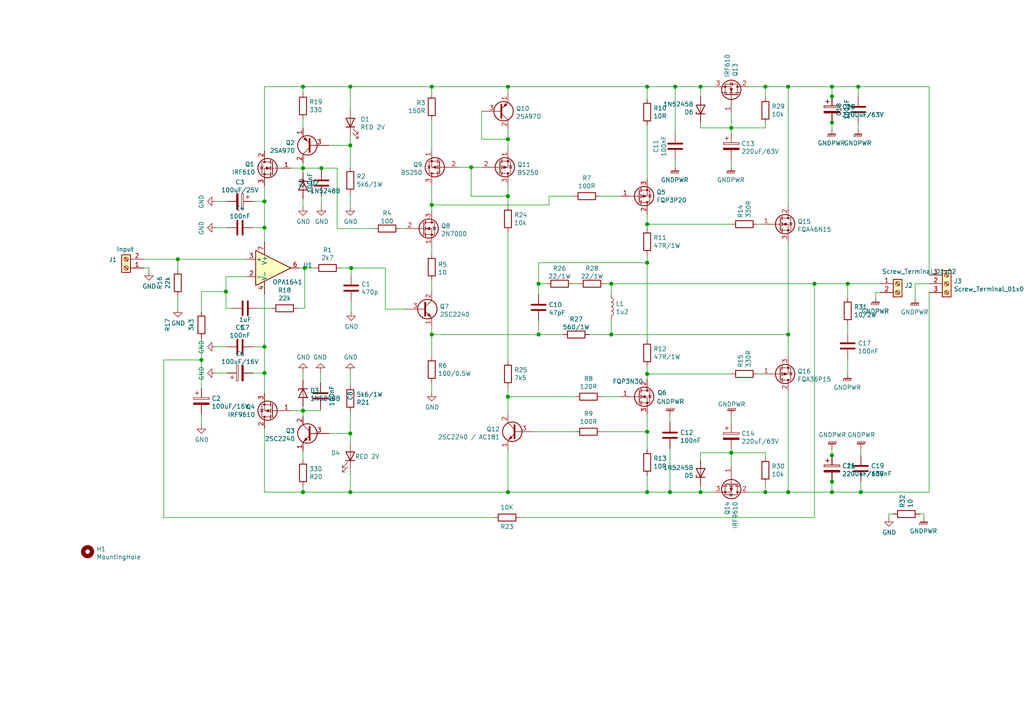
<source format=kicad_sch>
(kicad_sch (version 20210406) (generator eeschema)
  (paper "A4")
  (title_block (title "Q17") (date "2021-03-31") (rev "1") (company "by eng. Tiberiu Vicol") (comment 4 "Q17 a QUAD405 audiophile approach"))
  (lib_symbols
    (symbol "Amplifier_Operational:OPA1641" (pin_names (offset 0.127))
      (property "Reference" "U" (at 3.81 3.81 0))
      (property "Value" "OPA1641" (at 3.81 -3.81 0))
      (symbol "OPA1641_1_1"
        (pin no_connect line (at -2.54 -2.54 90) (length 2.54) hide (name "NC") (number "1"))
        (pin input line (at -7.62 -2.54 0) (length 2.54) (name "-") (number "2"))
        (pin input line (at -7.62 2.54 0) (length 2.54) (name "+") (number "3"))
        (pin power_in line (at -2.54 -7.62 90) (length 3.81) (name "V-") (number "4"))
        (pin no_connect line (at 0 -2.54 90) (length 2.54) hide (name "NC") (number "5"))
        (pin output line (at 7.62 0 180) (length 2.54) (name "~") (number "6"))
        (pin power_in line (at -2.54 7.62 270) (length 3.81) (name "V+") (number "7"))
        (pin no_connect line (at -5.08 -2.54 90) (length 2.54) hide (name "NC") (number "8"))
      )
    )
    (symbol "Connector:Screw_Terminal_01x02" (pin_names (offset 1.016) hide)
      (property "Reference" "J" (at 0 2.54 0))
      (property "Value" "Screw_Terminal_01x02" (at 0 -5.08 0))
      (symbol "Screw_Terminal_01x02_1_1"
        (pin passive line (at -5.08 0 0) (length 3.81) (name "Pin_1") (number "1"))
        (pin passive line (at -5.08 -2.54 0) (length 3.81) (name "Pin_2") (number "2"))
      )
    )
    (symbol "Connector:Screw_Terminal_01x02_1" (pin_names (offset 1.016) hide)
      (property "Reference" "J2" (at 2.0321 -0.5091 0))
      (property "Value" "Screw_Terminal_01x02" (at -4.5719 3.5422 0))
      (symbol "Screw_Terminal_01x02_1_1_1"
        (pin passive line (at -5.08 0 0) (length 3.81) (name "Pin_1") (number "1"))
        (pin passive line (at -5.08 -2.54 0) (length 3.81) (name "Pin_2") (number "2"))
      )
    )
    (symbol "Connector:Screw_Terminal_01x03" (pin_names (offset 1.016) hide)
      (property "Reference" "J" (at 0 5.08 0))
      (property "Value" "Screw_Terminal_01x03" (at 0 -5.08 0))
      (symbol "Screw_Terminal_01x03_1_1"
        (pin passive line (at -5.08 2.54 0) (length 3.81) (name "Pin_1") (number "1"))
        (pin passive line (at -5.08 0 0) (length 3.81) (name "Pin_2") (number "2"))
        (pin passive line (at -5.08 -2.54 0) (length 3.81) (name "Pin_3") (number "3"))
      )
    )
    (symbol "Device:C" (pin_numbers hide) (pin_names (offset 0.254))
      (property "Reference" "C" (at 0.635 2.54 0))
      (property "Value" "C" (at 0.635 -2.54 0))
      (symbol "C_1_1"
        (pin passive line (at 0 3.81 270) (length 2.794) (name "~") (number "1"))
        (pin passive line (at 0 -3.81 90) (length 2.794) (name "~") (number "2"))
      )
    )
    (symbol "Device:C_Polarized" (pin_numbers hide) (pin_names (offset 0.254))
      (property "Reference" "C" (at 0.635 2.54 0))
      (property "Value" "C_Polarized" (at 0.635 -2.54 0))
      (symbol "C_Polarized_1_1"
        (pin passive line (at 0 3.81 270) (length 2.794) (name "~") (number "1"))
        (pin passive line (at 0 -3.81 90) (length 2.794) (name "~") (number "2"))
      )
    )
    (symbol "Device:D_Zener" (pin_numbers hide) (pin_names (offset 1.016) hide)
      (property "Reference" "D" (at 0 2.54 0))
      (property "Value" "D_Zener" (at 0 -2.54 0))
      (symbol "D_Zener_1_1"
        (pin passive line (at -3.81 0 0) (length 2.54) (name "K") (number "1"))
        (pin passive line (at 3.81 0 180) (length 2.54) (name "A") (number "2"))
      )
    )
    (symbol "Device:L" (pin_numbers hide) (pin_names (offset 1.016) hide)
      (property "Reference" "L" (at -1.27 0 90))
      (property "Value" "L" (at 1.905 0 90))
      (symbol "L_1_1"
        (pin passive line (at 0 3.81 270) (length 1.27) (name "1") (number "1"))
        (pin passive line (at 0 -3.81 90) (length 1.27) (name "2") (number "2"))
      )
    )
    (symbol "Device:LED" (pin_numbers hide) (pin_names (offset 1.016) hide)
      (property "Reference" "D" (at 0 2.54 0))
      (property "Value" "LED" (at 0 -2.54 0))
      (symbol "LED_1_1"
        (pin passive line (at -3.81 0 0) (length 2.54) (name "K") (number "1"))
        (pin passive line (at 3.81 0 180) (length 2.54) (name "A") (number "2"))
      )
    )
    (symbol "Device:Q_NMOS_GDS" (pin_names (offset 0) hide)
      (property "Reference" "Q" (at 5.08 1.27 0))
      (property "Value" "Q_NMOS_GDS" (at 5.08 -1.27 0))
      (symbol "Q_NMOS_GDS_1_1"
        (pin input line (at -5.08 0 0) (length 2.54) (name "G") (number "1"))
        (pin passive line (at 2.54 5.08 270) (length 2.54) (name "D") (number "2"))
        (pin passive line (at 2.54 -5.08 90) (length 2.54) (name "S") (number "3"))
      )
    )
    (symbol "Device:Q_NPN_ECB" (pin_names (offset 0) hide)
      (property "Reference" "Q" (at 5.08 1.27 0))
      (property "Value" "Q_NPN_ECB" (at 5.08 -1.27 0))
      (symbol "Q_NPN_ECB_1_1"
        (pin passive line (at 2.54 -5.08 90) (length 2.54) (name "E") (number "1"))
        (pin passive line (at 2.54 5.08 270) (length 2.54) (name "C") (number "2"))
        (pin passive line (at -5.08 0 0) (length 5.715) (name "B") (number "3"))
      )
    )
    (symbol "Device:Q_PMOS_GDS" (pin_names (offset 0) hide)
      (property "Reference" "Q" (at 5.08 1.27 0))
      (property "Value" "Q_PMOS_GDS" (at 5.08 -1.27 0))
      (symbol "Q_PMOS_GDS_1_1"
        (pin input line (at -5.08 0 0) (length 2.54) (name "G") (number "1"))
        (pin passive line (at 2.54 5.08 270) (length 2.54) (name "D") (number "2"))
        (pin passive line (at 2.54 -5.08 90) (length 2.54) (name "S") (number "3"))
      )
    )
    (symbol "Device:Q_PNP_ECB" (pin_names (offset 0) hide)
      (property "Reference" "Q" (at 5.08 1.27 0))
      (property "Value" "Q_PNP_ECB" (at 5.08 -1.27 0))
      (symbol "Q_PNP_ECB_1_1"
        (pin passive line (at 2.54 -5.08 90) (length 2.54) (name "E") (number "1"))
        (pin passive line (at 2.54 5.08 270) (length 2.54) (name "C") (number "2"))
        (pin input line (at -5.08 0 0) (length 5.715) (name "B") (number "3"))
      )
    )
    (symbol "Device:R" (pin_numbers hide) (pin_names (offset 0))
      (property "Reference" "R" (at 2.032 0 90))
      (property "Value" "R" (at 0 0 90))
      (symbol "R_1_1"
        (pin passive line (at 0 3.81 270) (length 1.27) (name "~") (number "1"))
        (pin passive line (at 0 -3.81 90) (length 1.27) (name "~") (number "2"))
      )
    )
    (symbol "Mechanical:MountingHole" (pin_names (offset 1.016))
      (property "Reference" "H" (at 0 5.08 0))
      (property "Value" "MountingHole" (at 0 3.175 0))
    )
    (symbol "Transistor_FET:2N7000" (pin_names hide)
      (property "Reference" "Q" (at 5.08 1.905 0))
      (property "Value" "2N7000" (at 5.08 0 0))
      (symbol "2N7000_1_1"
        (pin passive line (at 2.54 -5.08 90) (length 2.54) (name "S") (number "1"))
        (pin input line (at -5.08 0 0) (length 2.54) (name "G") (number "2"))
        (pin passive line (at 2.54 5.08 270) (length 2.54) (name "D") (number "3"))
      )
    )
    (symbol "Transistor_FET:VP0610L" (pin_names hide)
      (property "Reference" "Q" (at 5.08 1.905 0))
      (property "Value" "VP0610L" (at 5.08 0 0))
      (symbol "VP0610L_1_1"
        (pin passive line (at 2.54 -5.08 90) (length 2.54) (name "S") (number "1"))
        (pin input line (at -5.08 0 0) (length 2.54) (name "G") (number "2"))
        (pin passive line (at 2.54 5.08 270) (length 2.54) (name "D") (number "3"))
      )
    )
    (symbol "power:GND" (power) (pin_names (offset 0))
      (property "Value" "GND" (at 0 -3.81 0))
      (symbol "GND_1_1"
        (pin power_in line (at 0 0 270) (length 0) hide (name "GND") (number "1"))
      )
    )
    (symbol "power:GNDPWR" (power) (pin_names (offset 0))
      (property "Value" "GNDPWR" (at 0 -3.302 0))
      (symbol "GNDPWR_1_1"
        (pin power_in line (at 0 0 270) (length 0) hide (name "GNDPWR") (number "1"))
      )
    )
  )
  (junction (at 51.562 75.184) (diameter 1.016))
  (junction (at 58.42 104.394) (diameter 1.016))
  (junction (at 65.532 84.582) (diameter 1.016))
  (junction (at 76.708 58.42) (diameter 1.016))
  (junction (at 76.708 66.04) (diameter 1.016))
  (junction (at 76.708 100.584) (diameter 1.016))
  (junction (at 76.708 108.204) (diameter 1.016))
  (junction (at 87.884 25.146) (diameter 1.016))
  (junction (at 87.884 48.768) (diameter 1.016))
  (junction (at 87.884 119.126) (diameter 1.016))
  (junction (at 87.884 142.748) (diameter 1.016))
  (junction (at 88.392 77.724) (diameter 1.016))
  (junction (at 93.218 48.768) (diameter 1.016))
  (junction (at 101.6 25.146) (diameter 1.016))
  (junction (at 101.6 42.164) (diameter 1.016))
  (junction (at 101.6 125.73) (diameter 1.016))
  (junction (at 101.6 142.748) (diameter 1.016))
  (junction (at 101.854 77.724) (diameter 1.016))
  (junction (at 125.222 25.146) (diameter 1.016))
  (junction (at 125.222 59.436) (diameter 1.016))
  (junction (at 125.222 97.028) (diameter 1.016))
  (junction (at 136.652 48.514) (diameter 1.016))
  (junction (at 147.32 25.146) (diameter 1.016))
  (junction (at 147.32 40.386) (diameter 1.016))
  (junction (at 147.32 56.896) (diameter 1.016))
  (junction (at 147.32 115.062) (diameter 1.016))
  (junction (at 147.32 142.748) (diameter 1.016))
  (junction (at 156.21 82.296) (diameter 1.016))
  (junction (at 156.21 97.028) (diameter 1.016))
  (junction (at 177.292 82.296) (diameter 1.016))
  (junction (at 177.292 97.028) (diameter 1.016))
  (junction (at 187.706 25.146) (diameter 1.016))
  (junction (at 187.706 65.024) (diameter 1.016))
  (junction (at 187.706 76.2) (diameter 1.016))
  (junction (at 187.706 108.458) (diameter 1.016))
  (junction (at 187.706 125.222) (diameter 1.016))
  (junction (at 187.706 142.748) (diameter 1.016))
  (junction (at 194.31 142.748) (diameter 1.016))
  (junction (at 195.834 25.146) (diameter 1.016))
  (junction (at 203.2 25.146) (diameter 1.016))
  (junction (at 203.2 142.748) (diameter 1.016))
  (junction (at 212.09 37.084) (diameter 1.016))
  (junction (at 212.09 131.318) (diameter 1.016))
  (junction (at 221.996 25.146) (diameter 1.016))
  (junction (at 221.996 142.748) (diameter 1.016))
  (junction (at 228.6 25.146) (diameter 1.016))
  (junction (at 228.6 97.028) (diameter 1.016))
  (junction (at 228.6 142.748) (diameter 1.016))
  (junction (at 236.22 82.296) (diameter 1.016))
  (junction (at 241.3 25.146) (diameter 1.016))
  (junction (at 241.3 27.94) (diameter 1.016))
  (junction (at 241.3 35.56) (diameter 1.016))
  (junction (at 241.3 132.08) (diameter 1.016))
  (junction (at 241.3 139.7) (diameter 1.016))
  (junction (at 241.3 142.748) (diameter 1.016))
  (junction (at 245.872 82.296) (diameter 1.016))
  (junction (at 248.92 25.146) (diameter 1.016))
  (junction (at 249.682 142.748) (diameter 1.016))
  (wire (pts (xy 41.656 75.184) (xy 51.562 75.184)))
  (wire (pts (xy 41.656 77.724) (xy 43.18 77.724)))
  (wire (pts (xy 43.18 77.724) (xy 43.18 78.74)))
  (wire (pts (xy 47.498 104.394) (xy 58.42 104.394)))
  (wire (pts (xy 47.498 150.114) (xy 47.498 104.394)))
  (wire (pts (xy 51.562 75.184) (xy 51.562 78.232)))
  (wire (pts (xy 51.562 85.852) (xy 51.562 89.408)))
  (wire (pts (xy 58.42 84.582) (xy 58.42 90.424)))
  (wire (pts (xy 58.42 98.044) (xy 58.42 104.394)))
  (wire (pts (xy 58.42 104.394) (xy 58.42 112.522)))
  (wire (pts (xy 58.42 123.19) (xy 58.42 120.142)))
  (wire (pts (xy 62.738 58.42) (xy 65.786 58.42)))
  (wire (pts (xy 62.738 66.04) (xy 65.786 66.04)))
  (wire (pts (xy 62.738 100.584) (xy 65.786 100.584)))
  (wire (pts (xy 62.738 108.204) (xy 65.786 108.204)))
  (wire (pts (xy 65.532 80.264) (xy 71.628 80.264)))
  (wire (pts (xy 65.532 84.582) (xy 58.42 84.582)))
  (wire (pts (xy 65.532 84.582) (xy 65.532 80.264)))
  (wire (pts (xy 65.532 89.408) (xy 65.532 84.582)))
  (wire (pts (xy 67.31 89.408) (xy 65.532 89.408)))
  (wire (pts (xy 71.628 75.184) (xy 51.562 75.184)))
  (wire (pts (xy 73.406 58.42) (xy 76.708 58.42)))
  (wire (pts (xy 73.406 66.04) (xy 76.708 66.04)))
  (wire (pts (xy 73.406 100.584) (xy 76.708 100.584)))
  (wire (pts (xy 73.406 108.204) (xy 76.708 108.204)))
  (wire (pts (xy 74.93 89.408) (xy 78.74 89.408)))
  (wire (pts (xy 76.708 25.146) (xy 87.884 25.146)))
  (wire (pts (xy 76.708 43.688) (xy 76.708 25.146)))
  (wire (pts (xy 76.708 53.848) (xy 76.708 58.42)))
  (wire (pts (xy 76.708 58.42) (xy 76.708 66.04)))
  (wire (pts (xy 76.708 66.04) (xy 76.708 70.104)))
  (wire (pts (xy 76.708 85.344) (xy 76.708 100.584)))
  (wire (pts (xy 76.708 100.584) (xy 76.708 108.204)))
  (wire (pts (xy 76.708 108.204) (xy 76.708 114.046)))
  (wire (pts (xy 76.708 124.206) (xy 76.708 142.748)))
  (wire (pts (xy 76.708 142.748) (xy 87.884 142.748)))
  (wire (pts (xy 84.328 48.768) (xy 87.884 48.768)))
  (wire (pts (xy 84.328 119.126) (xy 87.884 119.126)))
  (wire (pts (xy 86.36 89.408) (xy 88.392 89.408)))
  (wire (pts (xy 86.868 77.724) (xy 88.392 77.724)))
  (wire (pts (xy 87.884 25.146) (xy 101.6 25.146)))
  (wire (pts (xy 87.884 26.924) (xy 87.884 25.146)))
  (wire (pts (xy 87.884 34.544) (xy 87.884 37.084)))
  (wire (pts (xy 87.884 47.244) (xy 87.884 48.768)))
  (wire (pts (xy 87.884 48.768) (xy 87.884 50.038)))
  (wire (pts (xy 87.884 57.658) (xy 87.884 59.944)))
  (wire (pts (xy 87.884 110.236) (xy 87.884 107.95)))
  (wire (pts (xy 87.884 119.126) (xy 87.884 117.856)))
  (wire (pts (xy 87.884 120.65) (xy 87.884 119.126)))
  (wire (pts (xy 87.884 133.35) (xy 87.884 130.81)))
  (wire (pts (xy 87.884 140.97) (xy 87.884 142.748)))
  (wire (pts (xy 87.884 142.748) (xy 101.6 142.748)))
  (wire (pts (xy 88.392 77.724) (xy 91.186 77.724)))
  (wire (pts (xy 88.392 89.408) (xy 88.392 77.724)))
  (wire (pts (xy 92.964 107.95) (xy 92.964 110.998)))
  (wire (pts (xy 92.964 118.618) (xy 92.964 119.126)))
  (wire (pts (xy 92.964 119.126) (xy 87.884 119.126)))
  (wire (pts (xy 93.218 48.768) (xy 87.884 48.768)))
  (wire (pts (xy 93.218 48.768) (xy 97.79 48.768)))
  (wire (pts (xy 93.218 49.276) (xy 93.218 48.768)))
  (wire (pts (xy 93.218 59.944) (xy 93.218 56.896)))
  (wire (pts (xy 95.504 42.164) (xy 101.6 42.164)))
  (wire (pts (xy 95.504 125.73) (xy 101.6 125.73)))
  (wire (pts (xy 97.79 66.294) (xy 97.79 48.768)))
  (wire (pts (xy 98.806 77.724) (xy 101.854 77.724)))
  (wire (pts (xy 101.6 25.146) (xy 101.6 31.75)))
  (wire (pts (xy 101.6 25.146) (xy 125.222 25.146)))
  (wire (pts (xy 101.6 42.164) (xy 101.6 39.37)))
  (wire (pts (xy 101.6 42.164) (xy 101.6 48.514)))
  (wire (pts (xy 101.6 56.134) (xy 101.6 59.944)))
  (wire (pts (xy 101.6 111.76) (xy 101.6 107.95)))
  (wire (pts (xy 101.6 125.73) (xy 101.6 119.38)))
  (wire (pts (xy 101.6 125.73) (xy 101.6 128.524)))
  (wire (pts (xy 101.6 142.748) (xy 101.6 136.144)))
  (wire (pts (xy 101.6 142.748) (xy 147.32 142.748)))
  (wire (pts (xy 101.854 77.724) (xy 101.854 79.756)))
  (wire (pts (xy 101.854 77.724) (xy 111.76 77.724)))
  (wire (pts (xy 101.854 87.376) (xy 101.854 90.424)))
  (wire (pts (xy 108.458 66.294) (xy 97.79 66.294)))
  (wire (pts (xy 111.76 89.662) (xy 111.76 77.724)))
  (wire (pts (xy 117.602 66.294) (xy 116.078 66.294)))
  (wire (pts (xy 117.602 89.662) (xy 111.76 89.662)))
  (wire (pts (xy 125.222 25.146) (xy 125.222 27.178)))
  (wire (pts (xy 125.222 34.798) (xy 125.222 43.434)))
  (wire (pts (xy 125.222 53.594) (xy 125.222 59.436)))
  (wire (pts (xy 125.222 59.436) (xy 125.222 61.214)))
  (wire (pts (xy 125.222 71.374) (xy 125.222 73.66)))
  (wire (pts (xy 125.222 81.28) (xy 125.222 84.582)))
  (wire (pts (xy 125.222 94.742) (xy 125.222 97.028)))
  (wire (pts (xy 125.222 97.028) (xy 125.222 103.378)))
  (wire (pts (xy 125.222 110.998) (xy 125.222 113.792)))
  (wire (pts (xy 136.652 48.514) (xy 132.842 48.514)))
  (wire (pts (xy 136.652 48.514) (xy 139.7 48.514)))
  (wire (pts (xy 136.652 56.896) (xy 136.652 48.514)))
  (wire (pts (xy 139.7 32.258) (xy 139.7 40.386)))
  (wire (pts (xy 143.256 150.114) (xy 47.498 150.114)))
  (wire (pts (xy 147.32 25.146) (xy 125.222 25.146)))
  (wire (pts (xy 147.32 25.146) (xy 147.32 27.178)))
  (wire (pts (xy 147.32 25.146) (xy 187.706 25.146)))
  (wire (pts (xy 147.32 37.338) (xy 147.32 40.386)))
  (wire (pts (xy 147.32 40.386) (xy 139.7 40.386)))
  (wire (pts (xy 147.32 40.386) (xy 147.32 43.434)))
  (wire (pts (xy 147.32 53.594) (xy 147.32 56.896)))
  (wire (pts (xy 147.32 56.896) (xy 136.652 56.896)))
  (wire (pts (xy 147.32 56.896) (xy 147.32 59.69)))
  (wire (pts (xy 147.32 67.31) (xy 147.32 104.648)))
  (wire (pts (xy 147.32 112.268) (xy 147.32 115.062)))
  (wire (pts (xy 147.32 115.062) (xy 147.32 120.142)))
  (wire (pts (xy 147.32 115.062) (xy 166.878 115.062)))
  (wire (pts (xy 147.32 130.302) (xy 147.32 142.748)))
  (wire (pts (xy 147.32 142.748) (xy 187.706 142.748)))
  (wire (pts (xy 154.94 125.222) (xy 166.878 125.222)))
  (wire (pts (xy 156.21 76.2) (xy 187.706 76.2)))
  (wire (pts (xy 156.21 82.296) (xy 156.21 76.2)))
  (wire (pts (xy 156.21 82.296) (xy 156.21 85.344)))
  (wire (pts (xy 156.21 92.964) (xy 156.21 97.028)))
  (wire (pts (xy 156.21 97.028) (xy 125.222 97.028)))
  (wire (pts (xy 156.21 97.028) (xy 163.322 97.028)))
  (wire (pts (xy 158.496 82.296) (xy 156.21 82.296)))
  (wire (pts (xy 159.258 56.896) (xy 159.258 59.436)))
  (wire (pts (xy 159.258 56.896) (xy 166.37 56.896)))
  (wire (pts (xy 159.258 59.436) (xy 125.222 59.436)))
  (wire (pts (xy 166.116 82.296) (xy 167.894 82.296)))
  (wire (pts (xy 170.942 97.028) (xy 177.292 97.028)))
  (wire (pts (xy 174.498 115.062) (xy 180.086 115.062)))
  (wire (pts (xy 174.498 125.222) (xy 187.706 125.222)))
  (wire (pts (xy 175.514 82.296) (xy 177.292 82.296)))
  (wire (pts (xy 177.292 82.296) (xy 236.22 82.296)))
  (wire (pts (xy 177.292 85.09) (xy 177.292 82.296)))
  (wire (pts (xy 177.292 92.71) (xy 177.292 97.028)))
  (wire (pts (xy 177.292 97.028) (xy 228.6 97.028)))
  (wire (pts (xy 180.086 56.896) (xy 173.99 56.896)))
  (wire (pts (xy 187.706 25.146) (xy 187.706 28.702)))
  (wire (pts (xy 187.706 36.322) (xy 187.706 51.816)))
  (wire (pts (xy 187.706 61.976) (xy 187.706 65.024)))
  (wire (pts (xy 187.706 65.024) (xy 187.706 66.294)))
  (wire (pts (xy 187.706 65.024) (xy 212.09 65.024)))
  (wire (pts (xy 187.706 73.914) (xy 187.706 76.2)))
  (wire (pts (xy 187.706 76.2) (xy 187.706 98.552)))
  (wire (pts (xy 187.706 106.172) (xy 187.706 108.458)))
  (wire (pts (xy 187.706 108.458) (xy 187.706 109.982)))
  (wire (pts (xy 187.706 108.458) (xy 212.09 108.458)))
  (wire (pts (xy 187.706 120.142) (xy 187.706 125.222)))
  (wire (pts (xy 187.706 125.222) (xy 187.706 130.302)))
  (wire (pts (xy 187.706 142.748) (xy 187.706 137.922)))
  (wire (pts (xy 194.31 122.428) (xy 194.31 120.396)))
  (wire (pts (xy 194.31 130.048) (xy 194.31 142.748)))
  (wire (pts (xy 194.31 142.748) (xy 187.706 142.748)))
  (wire (pts (xy 194.31 142.748) (xy 203.2 142.748)))
  (wire (pts (xy 195.834 25.146) (xy 187.706 25.146)))
  (wire (pts (xy 195.834 25.146) (xy 195.834 38.608)))
  (wire (pts (xy 195.834 46.228) (xy 195.834 48.26)))
  (wire (pts (xy 203.2 25.146) (xy 195.834 25.146)))
  (wire (pts (xy 203.2 25.146) (xy 203.2 27.94)))
  (wire (pts (xy 203.2 35.56) (xy 203.2 37.084)))
  (wire (pts (xy 203.2 37.084) (xy 212.09 37.084)))
  (wire (pts (xy 203.2 131.318) (xy 212.09 131.318)))
  (wire (pts (xy 203.2 133.35) (xy 203.2 131.318)))
  (wire (pts (xy 203.2 140.97) (xy 203.2 142.748)))
  (wire (pts (xy 203.2 142.748) (xy 207.01 142.748)))
  (wire (pts (xy 207.01 25.146) (xy 203.2 25.146)))
  (wire (pts (xy 212.09 32.766) (xy 212.09 37.084)))
  (wire (pts (xy 212.09 37.084) (xy 212.09 38.608)))
  (wire (pts (xy 212.09 37.084) (xy 221.996 37.084)))
  (wire (pts (xy 212.09 46.228) (xy 212.09 48.26)))
  (wire (pts (xy 212.09 120.396) (xy 212.09 122.682)))
  (wire (pts (xy 212.09 130.302) (xy 212.09 131.318)))
  (wire (pts (xy 212.09 131.318) (xy 212.09 135.128)))
  (wire (pts (xy 219.71 65.024) (xy 220.98 65.024)))
  (wire (pts (xy 219.71 108.458) (xy 220.98 108.458)))
  (wire (pts (xy 221.996 25.146) (xy 217.17 25.146)))
  (wire (pts (xy 221.996 25.146) (xy 221.996 28.194)))
  (wire (pts (xy 221.996 37.084) (xy 221.996 35.814)))
  (wire (pts (xy 221.996 131.318) (xy 212.09 131.318)))
  (wire (pts (xy 221.996 132.588) (xy 221.996 131.318)))
  (wire (pts (xy 221.996 140.208) (xy 221.996 142.748)))
  (wire (pts (xy 221.996 142.748) (xy 217.17 142.748)))
  (wire (pts (xy 228.6 25.146) (xy 221.996 25.146)))
  (wire (pts (xy 228.6 59.944) (xy 228.6 25.146)))
  (wire (pts (xy 228.6 70.104) (xy 228.6 97.028)))
  (wire (pts (xy 228.6 97.028) (xy 228.6 103.378)))
  (wire (pts (xy 228.6 113.538) (xy 228.6 142.748)))
  (wire (pts (xy 228.6 142.748) (xy 221.996 142.748)))
  (wire (pts (xy 236.22 82.296) (xy 236.22 150.114)))
  (wire (pts (xy 236.22 82.296) (xy 245.872 82.296)))
  (wire (pts (xy 236.22 150.114) (xy 150.876 150.114)))
  (wire (pts (xy 241.3 25.146) (xy 228.6 25.146)))
  (wire (pts (xy 241.3 27.94) (xy 241.3 25.146)))
  (wire (pts (xy 241.3 35.56) (xy 241.3 37.592)))
  (wire (pts (xy 241.3 132.08) (xy 241.3 130.048)))
  (wire (pts (xy 241.3 139.7) (xy 241.3 142.748)))
  (wire (pts (xy 241.3 142.748) (xy 228.6 142.748)))
  (wire (pts (xy 245.872 82.296) (xy 245.872 86.36)))
  (wire (pts (xy 245.872 82.296) (xy 255.27 82.296)))
  (wire (pts (xy 245.872 93.98) (xy 245.872 96.52)))
  (wire (pts (xy 245.872 104.14) (xy 245.872 108.458)))
  (wire (pts (xy 248.92 25.146) (xy 241.3 25.146)))
  (wire (pts (xy 248.92 27.94) (xy 248.92 25.146)))
  (wire (pts (xy 248.92 35.56) (xy 248.92 37.592)))
  (wire (pts (xy 249.682 132.08) (xy 249.682 130.048)))
  (wire (pts (xy 249.682 139.7) (xy 249.682 142.748)))
  (wire (pts (xy 249.682 142.748) (xy 241.3 142.748)))
  (wire (pts (xy 254 84.836) (xy 255.27 84.836)))
  (wire (pts (xy 254 86.36) (xy 254 84.836)))
  (wire (pts (xy 257.81 149.098) (xy 259.08 149.098)))
  (wire (pts (xy 257.81 150.114) (xy 257.81 149.098)))
  (wire (pts (xy 265.43 82.296) (xy 265.43 86.614)))
  (wire (pts (xy 266.7 149.098) (xy 267.97 149.098)))
  (wire (pts (xy 267.97 149.098) (xy 267.97 150.114)))
  (wire (pts (xy 269.494 25.146) (xy 248.92 25.146)))
  (wire (pts (xy 269.494 25.146) (xy 269.494 79.756)))
  (wire (pts (xy 269.494 82.296) (xy 265.43 82.296)))
  (wire (pts (xy 269.494 84.836) (xy 269.494 142.748)))
  (wire (pts (xy 269.494 142.748) (xy 249.682 142.748)))
  (symbol (lib_id "power:GNDPWR") (at 194.31 120.396 180) (unit 1)
    (property "Reference" "#PWR0120" (effects hide))
    (property "Value" "GNDPWR" (at 194.437 116.478 0))
  )
  (symbol (lib_id "power:GNDPWR") (at 195.834 48.26 0) (unit 1)
    (property "Reference" "#PWR0117" (effects hide))
    (property "Value" "GNDPWR" (at 195.707 52.178 0))
  )
  (symbol (lib_id "power:GNDPWR") (at 212.09 48.26 0) (unit 1)
    (property "Reference" "#PWR0116" (effects hide))
    (property "Value" "GNDPWR" (at 211.963 52.178 0))
  )
  (symbol (lib_id "power:GNDPWR") (at 212.09 120.396 180) (unit 1)
    (property "Reference" "#PWR0121" (effects hide))
    (property "Value" "GNDPWR" (at 212.217 117.255 0))
  )
  (symbol (lib_id "power:GNDPWR") (at 241.3 37.592 0) (unit 1)
    (property "Reference" "#PWR0118" (effects hide))
    (property "Value" "GNDPWR" (at 241.173 41.51 0))
  )
  (symbol (lib_id "power:GNDPWR") (at 241.3 130.048 180) (unit 1)
    (property "Reference" "#PWR0125" (effects hide))
    (property "Value" "GNDPWR" (at 241.427 126.13 0))
  )
  (symbol (lib_id "power:GNDPWR") (at 245.872 108.458 0) (unit 1)
    (property "Reference" "#PWR0122" (effects hide))
    (property "Value" "GNDPWR" (at 245.745 112.376 0))
  )
  (symbol (lib_id "power:GNDPWR") (at 248.92 37.592 0) (unit 1)
    (property "Reference" "#PWR0119" (effects hide))
    (property "Value" "GNDPWR" (at 248.793 41.51 0))
  )
  (symbol (lib_id "power:GNDPWR") (at 249.682 130.048 180) (unit 1)
    (property "Reference" "#PWR0126" (effects hide))
    (property "Value" "GNDPWR" (at 249.809 126.13 0))
  )
  (symbol (lib_id "power:GNDPWR") (at 254 86.36 0) (unit 1)
    (property "Reference" "#PWR0127" (effects hide))
    (property "Value" "GNDPWR" (at 253.873 90.278 0))
  )
  (symbol (lib_id "power:GNDPWR") (at 265.43 86.614 0) (unit 1)
    (property "Reference" "#PWR0128" (effects hide))
    (property "Value" "GNDPWR" (at 265.303 90.532 0))
  )
  (symbol (lib_id "power:GNDPWR") (at 267.97 150.114 0) (unit 1)
    (property "Reference" "#PWR0123" (effects hide))
    (property "Value" "GNDPWR" (at 267.843 154.032 0))
  )
  (symbol (lib_id "power:GND") (at 43.18 78.74 0) (unit 1)
    (property "Reference" "#PWR0114" (effects hide))
    (property "Value" "GND" (at 43.2943 83.0644 0))
  )
  (symbol (lib_id "power:GND") (at 51.562 89.408 0) (unit 1)
    (property "Reference" "#PWR0113" (effects hide))
    (property "Value" "GND" (at 51.6763 93.7324 0))
  )
  (symbol (lib_id "power:GND") (at 58.42 123.19 0) (unit 1)
    (property "Reference" "#PWR0107" (effects hide))
    (property "Value" "GND" (at 58.5343 127.5144 0))
  )
  (symbol (lib_id "power:GND") (at 62.738 58.42 270) (unit 1)
    (property "Reference" "#PWR0109" (effects hide))
    (property "Value" "GND" (at 58.4136 58.5343 0))
  )
  (symbol (lib_id "power:GND") (at 62.738 66.04 270) (unit 1)
    (property "Reference" "#PWR0115" (effects hide))
    (property "Value" "GND" (at 58.4136 66.1543 0))
  )
  (symbol (lib_id "power:GND") (at 62.738 100.584 270) (unit 1)
    (property "Reference" "#PWR0112" (effects hide))
    (property "Value" "GND" (at 58.4136 100.6983 0))
  )
  (symbol (lib_id "power:GND") (at 62.738 108.204 270) (unit 1)
    (property "Reference" "#PWR0111" (effects hide))
    (property "Value" "GND" (at 58.4136 108.3183 0))
  )
  (symbol (lib_id "power:GND") (at 87.884 59.944 0) (unit 1)
    (property "Reference" "#PWR0110" (effects hide))
    (property "Value" "GND" (at 87.9983 64.2684 0))
  )
  (symbol (lib_id "power:GND") (at 87.884 107.95 0) (mirror x) (unit 1)
    (property "Reference" "#PWR0104" (effects hide))
    (property "Value" "GND" (at 87.9983 103.6256 0))
  )
  (symbol (lib_id "power:GND") (at 92.964 107.95 180) (unit 1)
    (property "Reference" "#PWR0106" (effects hide))
    (property "Value" "GND" (at 92.8497 103.6256 0))
  )
  (symbol (lib_id "power:GND") (at 93.218 59.944 0) (unit 1)
    (property "Reference" "#PWR0108" (effects hide))
    (property "Value" "GND" (at 93.3323 64.2684 0))
  )
  (symbol (lib_id "power:GND") (at 101.6 59.944 0) (unit 1)
    (property "Reference" "#PWR0102" (effects hide))
    (property "Value" "GND" (at 101.7143 64.2684 0))
  )
  (symbol (lib_id "power:GND") (at 101.6 107.95 0) (mirror x) (unit 1)
    (property "Reference" "#PWR0105" (effects hide))
    (property "Value" "GND" (at 101.7143 103.6256 0))
  )
  (symbol (lib_id "power:GND") (at 101.854 90.424 0) (unit 1)
    (property "Reference" "#PWR0101" (effects hide))
    (property "Value" "GND" (at 101.9683 94.7484 0))
  )
  (symbol (lib_id "power:GND") (at 125.222 113.792 0) (unit 1)
    (property "Reference" "#PWR0103" (effects hide))
    (property "Value" "GND" (at 125.3363 118.1164 0))
  )
  (symbol (lib_id "power:GND") (at 257.81 150.114 0) (unit 1)
    (property "Reference" "#PWR0124" (effects hide))
    (property "Value" "GND" (at 257.9243 154.4384 0))
  )
  (symbol (lib_id "Device:L") (at 177.292 88.9 0) (unit 1)
    (property "Reference" "L1" (at 178.5621 88.1391 0) (effects (justify left)))
    (property "Value" "1u2" (at 178.5621 90.4378 0) (effects (justify left)))
    (property "Footprint" "L:L_new" (effects hide))
  )
  (symbol (lib_id "Mechanical:MountingHole") (at 25.4 160.02 0) (unit 1)
    (property "Reference" "H1" (at 27.9401 159.2591 0) (effects (justify left)))
    (property "Value" "MountingHole" (at 27.9401 161.5578 0) (effects (justify left)))
    (property "Footprint" "MountingHole:MountingHole_3.2mm_M3_Pad_Via" (effects hide))
  )
  (symbol (lib_id "Device:R") (at 51.562 82.042 180) (unit 1)
    (property "Reference" "R16" (at 46.3358 82.042 90))
    (property "Value" "22k" (at 48.6345 82.042 90))
    (property "Footprint" "Resistor_THT:R_Axial_DIN0207_L6.3mm_D2.5mm_P10.16mm_Horizontal" (effects hide))
  )
  (symbol (lib_id "Device:R") (at 58.42 94.234 180) (unit 1)
    (property "Reference" "R17" (at 48.6218 94.234 90))
    (property "Value" "3k3" (at 55.4925 94.234 90))
    (property "Footprint" "Resistor_THT:R_Axial_DIN0207_L6.3mm_D2.5mm_P10.16mm_Horizontal" (effects hide))
  )
  (symbol (lib_id "Device:R") (at 82.55 89.408 90) (unit 1)
    (property "Reference" "R18" (at 82.55 84.1818 90))
    (property "Value" "22k" (at 82.55 86.4805 90))
    (property "Footprint" "Resistor_THT:R_Axial_DIN0207_L6.3mm_D2.5mm_P10.16mm_Horizontal" (effects hide))
  )
  (symbol (lib_id "Device:R") (at 87.884 30.734 0) (unit 1)
    (property "Reference" "R19" (at 89.6621 29.5846 0) (effects (justify left)))
    (property "Value" "330" (at 89.662 31.883 0) (effects (justify left)))
    (property "Footprint" "Resistor_THT:R_Axial_DIN0207_L6.3mm_D2.5mm_P10.16mm_Horizontal" (effects hide))
  )
  (symbol (lib_id "Device:R") (at 87.884 137.16 0) (mirror x) (unit 1)
    (property "Reference" "R20" (at 89.6621 138.3094 0) (effects (justify left)))
    (property "Value" "330" (at 89.662 136.011 0) (effects (justify left)))
    (property "Footprint" "Resistor_THT:R_Axial_DIN0207_L6.3mm_D2.5mm_P10.16mm_Horizontal" (effects hide))
  )
  (symbol (lib_id "Device:R") (at 94.996 77.724 90) (unit 1)
    (property "Reference" "R1" (at 94.996 72.4978 90))
    (property "Value" "2k7" (at 94.996 74.7965 90))
    (property "Footprint" "Resistor_THT:R_Axial_DIN0207_L6.3mm_D2.5mm_P10.16mm_Horizontal" (effects hide))
  )
  (symbol (lib_id "Device:R") (at 101.6 52.324 0) (unit 1)
    (property "Reference" "R2" (at 103.3781 51.1746 0) (effects (justify left)))
    (property "Value" "5k6/1W" (at 103.378 53.473 0) (effects (justify left)))
    (property "Footprint" "Resistor_THT:R_Axial_DIN0207_L6.3mm_D2.5mm_P10.16mm_Horizontal" (effects hide))
  )
  (symbol (lib_id "Device:R") (at 101.6 115.57 0) (mirror x) (unit 1)
    (property "Reference" "R21" (at 103.3781 116.7194 0) (effects (justify left)))
    (property "Value" "5k6/1W" (at 103.378 114.421 0) (effects (justify left)))
    (property "Footprint" "Resistor_THT:R_Axial_DIN0207_L6.3mm_D2.5mm_P10.16mm_Horizontal" (effects hide))
  )
  (symbol (lib_id "Device:R") (at 112.268 66.294 90) (unit 1)
    (property "Reference" "R4" (at 112.268 61.8448 90))
    (property "Value" "100" (at 112.268 64.1435 90))
    (property "Footprint" "Resistor_THT:R_Axial_DIN0207_L6.3mm_D2.5mm_P10.16mm_Horizontal" (effects hide))
  )
  (symbol (lib_id "Device:R") (at 125.222 30.988 0) (mirror y) (unit 1)
    (property "Reference" "R3" (at 123.4439 29.8386 0) (effects (justify left)))
    (property "Value" "150R" (at 123.444 32.137 0) (effects (justify left)))
    (property "Footprint" "Resistor_THT:R_Axial_DIN0207_L6.3mm_D2.5mm_P10.16mm_Horizontal" (effects hide))
  )
  (symbol (lib_id "Device:R") (at 125.222 77.47 0) (unit 1)
    (property "Reference" "R5" (at 127.0001 76.7091 0) (effects (justify left)))
    (property "Value" "10" (at 127.0001 79.0078 0) (effects (justify left)))
    (property "Footprint" "Resistor_THT:R_Axial_DIN0207_L6.3mm_D2.5mm_P10.16mm_Horizontal" (effects hide))
  )
  (symbol (lib_id "Device:R") (at 125.222 107.188 0) (unit 1)
    (property "Reference" "R6" (at 127.0001 106.0386 0) (effects (justify left)))
    (property "Value" "100/0.5W" (at 127 108.337 0) (effects (justify left)))
    (property "Footprint" "Resistor_THT:R_Axial_DIN0207_L6.3mm_D2.5mm_P10.16mm_Horizontal" (effects hide))
  )
  (symbol (lib_id "Device:R") (at 147.066 150.114 90) (unit 1)
    (property "Reference" "R23" (at 147.066 152.7618 90))
    (property "Value" "10K" (at 147.066 147.1865 90))
    (property "Footprint" "Resistor_THT:R_Axial_DIN0207_L6.3mm_D2.5mm_P10.16mm_Horizontal" (effects hide))
  )
  (symbol (lib_id "Device:R") (at 147.32 63.5 0) (unit 1)
    (property "Reference" "R24" (at 149.0981 62.3506 0) (effects (justify left)))
    (property "Value" "10k" (at 149.098 64.649 0) (effects (justify left)))
    (property "Footprint" "Resistor_THT:R_Axial_DIN0207_L6.3mm_D2.5mm_P10.16mm_Horizontal" (effects hide))
  )
  (symbol (lib_id "Device:R") (at 147.32 108.458 0) (unit 1)
    (property "Reference" "R25" (at 149.0981 107.3086 0) (effects (justify left)))
    (property "Value" "7k5" (at 149.098 109.607 0) (effects (justify left)))
    (property "Footprint" "Resistor_THT:R_Axial_DIN0207_L6.3mm_D2.5mm_P10.16mm_Horizontal" (effects hide))
  )
  (symbol (lib_id "Device:R") (at 162.306 82.296 90) (unit 1)
    (property "Reference" "R26" (at 162.306 77.8468 90))
    (property "Value" "22/1W" (at 162.306 80.1455 90))
    (property "Footprint" "Resistor_THT:R_Axial_DIN0207_L6.3mm_D2.5mm_P10.16mm_Horizontal" (effects hide))
  )
  (symbol (lib_id "Device:R") (at 167.132 97.028 90) (unit 1)
    (property "Reference" "R27" (at 167.132 92.5788 90))
    (property "Value" "560/1W" (at 167.132 94.8775 90))
    (property "Footprint" "Resistor_THT:R_Axial_DIN0207_L6.3mm_D2.5mm_P10.16mm_Horizontal" (effects hide))
  )
  (symbol (lib_id "Device:R") (at 170.18 56.896 90) (unit 1)
    (property "Reference" "R7" (at 170.18 51.6698 90))
    (property "Value" "100R" (at 170.18 53.9685 90))
    (property "Footprint" "Resistor_THT:R_Axial_DIN0207_L6.3mm_D2.5mm_P10.16mm_Horizontal" (effects hide))
  )
  (symbol (lib_id "Device:R") (at 170.688 115.062 90) (unit 1)
    (property "Reference" "R8" (at 170.688 109.8358 90))
    (property "Value" "120R" (at 170.688 112.1345 90))
    (property "Footprint" "Resistor_THT:R_Axial_DIN0207_L6.3mm_D2.5mm_P10.16mm_Horizontal" (effects hide))
  )
  (symbol (lib_id "Device:R") (at 170.688 125.222 90) (unit 1)
    (property "Reference" "R9" (at 170.688 119.9958 90))
    (property "Value" "100R" (at 170.688 122.295 90))
    (property "Footprint" "Resistor_THT:R_Axial_DIN0207_L6.3mm_D2.5mm_P10.16mm_Horizontal" (effects hide))
  )
  (symbol (lib_id "Device:R") (at 171.704 82.296 90) (unit 1)
    (property "Reference" "R28" (at 171.704 77.8468 90))
    (property "Value" "22/1W" (at 171.704 80.1455 90))
    (property "Footprint" "Resistor_THT:R_Axial_DIN0207_L6.3mm_D2.5mm_P10.16mm_Horizontal" (effects hide))
  )
  (symbol (lib_id "Device:R") (at 187.706 32.512 0) (unit 1)
    (property "Reference" "R10" (at 189.4841 31.3626 0) (effects (justify left)))
    (property "Value" "10R" (at 189.4841 33.6613 0) (effects (justify left)))
    (property "Footprint" "Resistor_THT:R_Axial_DIN0207_L6.3mm_D2.5mm_P10.16mm_Horizontal" (effects hide))
  )
  (symbol (lib_id "Device:R") (at 187.706 70.104 0) (unit 1)
    (property "Reference" "R11" (at 189.4841 68.9546 0) (effects (justify left)))
    (property "Value" "47R/1W" (at 189.4841 71.2533 0) (effects (justify left)))
    (property "Footprint" "Resistor_THT:R_Axial_DIN0411_L9.9mm_D3.6mm_P12.70mm_Horizontal" (effects hide))
  )
  (symbol (lib_id "Device:R") (at 187.706 102.362 0) (unit 1)
    (property "Reference" "R12" (at 189.4841 101.2126 0) (effects (justify left)))
    (property "Value" "47R/1W" (at 189.4841 103.5113 0) (effects (justify left)))
    (property "Footprint" "Resistor_THT:R_Axial_DIN0411_L9.9mm_D3.6mm_P12.70mm_Horizontal" (effects hide))
  )
  (symbol (lib_id "Device:R") (at 187.706 134.112 0) (unit 1)
    (property "Reference" "R13" (at 189.4841 132.9626 0) (effects (justify left)))
    (property "Value" "10R" (at 189.4841 135.2613 0) (effects (justify left)))
    (property "Footprint" "Resistor_THT:R_Axial_DIN0207_L6.3mm_D2.5mm_P10.16mm_Horizontal" (effects hide))
  )
  (symbol (lib_id "Device:R") (at 215.9 65.024 90) (unit 1)
    (property "Reference" "R14" (at 214.7506 63.2459 0) (effects (justify left)))
    (property "Value" "330R" (at 217.0493 63.2459 0) (effects (justify left)))
    (property "Footprint" "Resistor_THT:R_Axial_DIN0207_L6.3mm_D2.5mm_P10.16mm_Horizontal" (effects hide))
  )
  (symbol (lib_id "Device:R") (at 215.9 108.458 90) (unit 1)
    (property "Reference" "R15" (at 214.7506 106.6799 0) (effects (justify left)))
    (property "Value" "330R" (at 217.0493 106.6799 0) (effects (justify left)))
    (property "Footprint" "Resistor_THT:R_Axial_DIN0207_L6.3mm_D2.5mm_P10.16mm_Horizontal" (effects hide))
  )
  (symbol (lib_id "Device:R") (at 221.996 32.004 0) (unit 1)
    (property "Reference" "R29" (at 223.7741 30.8546 0) (effects (justify left)))
    (property "Value" "10k" (at 223.774 33.153 0) (effects (justify left)))
    (property "Footprint" "Resistor_THT:R_Axial_DIN0207_L6.3mm_D2.5mm_P10.16mm_Horizontal" (effects hide))
  )
  (symbol (lib_id "Device:R") (at 221.996 136.398 0) (unit 1)
    (property "Reference" "R30" (at 223.7741 135.2486 0) (effects (justify left)))
    (property "Value" "10k" (at 223.774 137.547 0) (effects (justify left)))
    (property "Footprint" "Resistor_THT:R_Axial_DIN0207_L6.3mm_D2.5mm_P10.16mm_Horizontal" (effects hide))
  )
  (symbol (lib_id "Device:R") (at 245.872 90.17 0) (unit 1)
    (property "Reference" "R31" (at 247.6501 89.0206 0) (effects (justify left)))
    (property "Value" "10/2W" (at 247.65 91.319 0) (effects (justify left)))
    (property "Footprint" "Resistor_THT:R_Axial_DIN0309_L9.0mm_D3.2mm_P12.70mm_Horizontal" (effects hide))
  )
  (symbol (lib_id "Device:R") (at 262.89 149.098 90) (unit 1)
    (property "Reference" "R32" (at 261.7406 147.3199 0) (effects (justify left)))
    (property "Value" "10" (at 264.039 147.32 0) (effects (justify left)))
    (property "Footprint" "Resistor_THT:R_Axial_DIN0207_L6.3mm_D2.5mm_P10.16mm_Horizontal" (effects hide))
  )
  (symbol (lib_id "Device:D_Zener") (at 87.884 53.848 270) (unit 1)
    (property "Reference" "D2" (at 89.9161 53.0871 90) (effects (justify left)))
    (property "Value" "1N5248B" (at 89.9161 55.3858 90) (effects (justify left)))
    (property "Footprint" "Diode_THT:D_DO-35_SOD27_P7.62mm_Horizontal" (effects hide))
  )
  (symbol (lib_id "Device:D_Zener") (at 87.884 114.046 90) (mirror x) (unit 1)
    (property "Reference" "D3" (at 89.9161 113.2851 90) (effects (justify right)))
    (property "Value" "1N5248B" (at 89.9161 115.5838 90) (effects (justify right)))
    (property "Footprint" "Diode_THT:D_DO-35_SOD27_P7.62mm_Horizontal" (effects hide))
  )
  (symbol (lib_id "Device:D_Zener") (at 203.2 31.75 90) (unit 1)
    (property "Reference" "D6" (at 201.1679 32.5109 90) (effects (justify left)))
    (property "Value" "1N5245B" (at 201.1679 30.2122 90) (effects (justify left)))
    (property "Footprint" "Diode_THT:D_DO-35_SOD27_P7.62mm_Horizontal" (effects hide))
  )
  (symbol (lib_id "Device:D_Zener") (at 203.2 137.16 90) (unit 1)
    (property "Reference" "D5" (at 201.1679 137.9209 90) (effects (justify left)))
    (property "Value" "1N5245B" (at 201.1679 135.6222 90) (effects (justify left)))
    (property "Footprint" "Diode_THT:D_DO-35_SOD27_P7.62mm_Horizontal" (effects hide))
  )
  (symbol (lib_id "Device:LED") (at 101.6 35.56 90) (unit 1)
    (property "Reference" "D1" (at 104.5211 34.6011 90) (effects (justify right)))
    (property "Value" "RED 2V" (at 104.5211 36.8998 90) (effects (justify right)))
    (property "Footprint" "LED_THT:LED_D5.0mm_Clear" (effects hide))
  )
  (symbol (lib_id "Device:LED") (at 101.6 132.334 270) (mirror x) (unit 1)
    (property "Reference" "D4" (at 98.6789 131.3751 90) (effects (justify right)))
    (property "Value" "RED 2V" (at 110.1089 132.4038 90) (effects (justify right)))
    (property "Footprint" "LED_THT:LED_D5.0mm_Clear" (effects hide))
  )
  (symbol (lib_id "Connector:Screw_Terminal_01x02") (at 36.576 77.724 180) (unit 1)
    (property "Reference" "J1" (at 32.766 75.3068 0))
    (property "Value" "Input" (at 36.322 72.2715 0))
    (property "Footprint" "Connector_Stocko:Stocko_MKS_1651-6-0-202_1x2_P2.50mm_Vertical" (effects hide))
  )
  (symbol (lib_name "Connector:Screw_Terminal_01x02_1") (lib_id "Connector:Screw_Terminal_01x02") (at 260.35 82.296 0) (unit 1)
    (property "Reference" "J2" (at 262.3821 82.8051 0) (effects (justify left)))
    (property "Value" "Screw_Terminal_01x02" (at 255.7781 78.7538 0) (effects (justify left)))
    (property "Footprint" "Connector_AMASS:AMASS_XT30U-F_1x02_P5.0mm_Vertical" (effects hide))
  )
  (symbol (lib_id "Device:C_Polarized") (at 58.42 116.332 0) (unit 1)
    (property "Reference" "C2" (at 61.3411 115.5711 0) (effects (justify left)))
    (property "Value" "100uF/16V" (at 61.3411 117.8698 0) (effects (justify left)))
    (property "Footprint" "Capacitor_THT:C_Radial_D10.0mm_H12.5mm_P5.00mm" (effects hide))
  )
  (symbol (lib_id "Device:C_Polarized") (at 69.596 58.42 270) (unit 1)
    (property "Reference" "C3" (at 69.596 52.8278 90))
    (property "Value" "100uF/25V" (at 69.596 55.1265 90))
    (property "Footprint" "Capacitor_THT:C_Radial_D10.0mm_H12.5mm_P5.00mm" (effects hide))
  )
  (symbol (lib_id "Device:C") (at 69.596 66.04 90) (unit 1)
    (property "Reference" "C4" (at 69.596 60.4478 90))
    (property "Value" "100nF" (at 69.596 62.7465 90))
    (property "Footprint" "Capacitor_THT:C_Disc_D7.5mm_W2.5mm_P5.00mm" (effects hide))
    (property "Datasheet" "https://ro.mouser.com/datasheet/2/212/1/KEM_F3101_R82-1103738.pdf" (effects hide))
    (property "Spice_Primitive" "C" (effects hide))
    (property "Spice_Model" "100n" (effects hide))
    (property "Spice_Netlist_Enabled" "Y" (effects hide))
  )
  (symbol (lib_id "Device:C") (at 69.596 100.584 90) (unit 1)
    (property "Reference" "C5" (at 69.596 94.9918 90))
    (property "Value" "100nF" (at 69.596 97.2905 90))
    (property "Footprint" "Capacitor_THT:C_Disc_D7.5mm_W2.5mm_P5.00mm" (effects hide))
    (property "Datasheet" "https://ro.mouser.com/datasheet/2/212/1/KEM_F3101_R82-1103738.pdf" (effects hide))
    (property "Spice_Primitive" "C" (effects hide))
    (property "Spice_Model" "100n" (effects hide))
    (property "Spice_Netlist_Enabled" "Y" (effects hide))
  )
  (symbol (lib_id "Device:C_Polarized") (at 69.596 108.204 90) (unit 1)
    (property "Reference" "C6" (at 69.596 102.6118 90))
    (property "Value" "100uF/16V" (at 69.596 104.9105 90))
    (property "Footprint" "Capacitor_THT:C_Radial_D10.0mm_H12.5mm_P5.00mm" (effects hide))
  )
  (symbol (lib_id "Device:C") (at 71.12 89.408 270) (unit 1)
    (property "Reference" "C7" (at 71.12 95.0002 90))
    (property "Value" "1uF" (at 71.12 92.7015 90))
    (property "Footprint" "Capacitor_THT:CP_Axial_L26.5mm_D20.0mm_P33.00mm_Horizontal" (effects hide))
  )
  (symbol (lib_id "Device:C") (at 92.964 114.808 0) (unit 1)
    (property "Reference" "C8" (at 101.6042 114.808 90))
    (property "Value" "100nF" (at 96.2575 114.808 90))
    (property "Footprint" "Capacitor_THT:C_Disc_D7.5mm_W2.5mm_P5.00mm" (effects hide))
    (property "Datasheet" "https://ro.mouser.com/datasheet/2/212/1/KEM_F3101_R82-1103738.pdf" (effects hide))
    (property "Spice_Primitive" "C" (effects hide))
    (property "Spice_Model" "100n" (effects hide))
    (property "Spice_Netlist_Enabled" "Y" (effects hide))
  )
  (symbol (lib_id "Device:C") (at 93.218 53.086 180) (unit 1)
    (property "Reference" "C9" (at 87.6258 53.086 90))
    (property "Value" "100nF" (at 89.9245 53.086 90))
    (property "Footprint" "Capacitor_THT:C_Disc_D7.5mm_W2.5mm_P5.00mm" (effects hide))
    (property "Datasheet" "https://ro.mouser.com/datasheet/2/212/1/KEM_F3101_R82-1103738.pdf" (effects hide))
    (property "Spice_Primitive" "C" (effects hide))
    (property "Spice_Model" "100n" (effects hide))
    (property "Spice_Netlist_Enabled" "Y" (effects hide))
  )
  (symbol (lib_id "Device:C") (at 101.854 83.566 0) (unit 1)
    (property "Reference" "C1" (at 104.7751 82.4166 0) (effects (justify left)))
    (property "Value" "470p" (at 104.7751 84.7153 0) (effects (justify left)))
    (property "Footprint" "Capacitor_THT:C_Disc_D11.0mm_W5.0mm_P7.50mm" (effects hide))
  )
  (symbol (lib_id "Device:C") (at 156.21 89.154 0) (unit 1)
    (property "Reference" "C10" (at 159.1311 88.3931 0) (effects (justify left)))
    (property "Value" "47pF" (at 159.1311 90.6918 0) (effects (justify left)))
    (property "Footprint" "Capacitor_THT:C_Disc_D11.0mm_W5.0mm_P7.50mm" (effects hide))
  )
  (symbol (lib_id "Device:C") (at 194.31 126.238 0) (unit 1)
    (property "Reference" "C12" (at 197.2311 125.4771 0) (effects (justify left)))
    (property "Value" "100nF" (at 197.2311 127.7758 0) (effects (justify left)))
    (property "Footprint" "Capacitor_THT:C_Disc_D7.5mm_W2.5mm_P5.00mm" (effects hide))
    (property "Datasheet" "https://ro.mouser.com/datasheet/2/212/1/KEM_F3101_R82-1103738.pdf" (effects hide))
    (property "Spice_Primitive" "C" (effects hide))
    (property "Spice_Model" "100n" (effects hide))
    (property "Spice_Netlist_Enabled" "Y" (effects hide))
  )
  (symbol (lib_id "Device:C") (at 195.834 42.418 180) (unit 1)
    (property "Reference" "C11" (at 190.2418 42.418 90))
    (property "Value" "100nF" (at 192.5405 42.418 90))
    (property "Footprint" "Capacitor_THT:C_Disc_D7.5mm_W2.5mm_P5.00mm" (effects hide))
    (property "Datasheet" "https://ro.mouser.com/datasheet/2/212/1/KEM_F3101_R82-1103738.pdf" (effects hide))
    (property "Spice_Primitive" "C" (effects hide))
    (property "Spice_Model" "100n" (effects hide))
    (property "Spice_Netlist_Enabled" "Y" (effects hide))
  )
  (symbol (lib_id "Device:C_Polarized") (at 212.09 42.418 0) (unit 1)
    (property "Reference" "C13" (at 215.0111 41.6571 0) (effects (justify left)))
    (property "Value" "220uF/63V" (at 215.0111 43.9558 0) (effects (justify left)))
    (property "Footprint" "Capacitor_THT:CP_Radial_D10.0mm_P5.00mm_P7.50mm" (effects hide))
  )
  (symbol (lib_id "Device:C_Polarized") (at 212.09 126.492 0) (unit 1)
    (property "Reference" "C14" (at 215.0111 125.7311 0) (effects (justify left)))
    (property "Value" "220uF/63V" (at 215.0111 128.0298 0) (effects (justify left)))
    (property "Footprint" "Capacitor_THT:CP_Radial_D10.0mm_P5.00mm_P7.50mm" (effects hide))
  )
  (symbol (lib_id "Device:C_Polarized") (at 241.3 31.75 0) (unit 1)
    (property "Reference" "C20" (at 244.2211 30.9891 0) (effects (justify left)))
    (property "Value" "2200uF/63V" (at 244.2211 33.2878 0) (effects (justify left)))
    (property "Footprint" "Capacitor_THT:CP_Radial_D22.0mm_P10.00mm_SnapIn" (effects hide))
  )
  (symbol (lib_id "Device:C_Polarized") (at 241.3 31.75 0) (unit 1)
    (property "Reference" "C15" (at 244.2211 30.9891 0) (effects (justify left)))
    (property "Value" "2200uF/63V" (at 244.2211 33.2878 0) (effects (justify left)))
    (property "Footprint" "Capacitor_THT:CP_Radial_D18.0mm_P7.50mm" (effects hide))
  )
  (symbol (lib_id "Device:C_Polarized") (at 241.3 135.89 0) (unit 1)
    (property "Reference" "C21" (at 244.2211 135.1291 0) (effects (justify left)))
    (property "Value" "2200uF/63V" (at 244.2211 137.4278 0) (effects (justify left)))
    (property "Footprint" "Capacitor_THT:CP_Radial_D22.0mm_P10.00mm_SnapIn" (effects hide))
  )
  (symbol (lib_id "Device:C_Polarized") (at 241.3 135.89 0) (unit 1)
    (property "Reference" "C16" (at 244.2211 135.1291 0) (effects (justify left)))
    (property "Value" "2200uF/63V" (at 244.2211 137.4278 0) (effects (justify left)))
    (property "Footprint" "Capacitor_THT:CP_Radial_D18.0mm_P7.50mm" (effects hide))
  )
  (symbol (lib_id "Device:C") (at 245.872 100.33 0) (unit 1)
    (property "Reference" "C17" (at 248.7931 99.5691 0) (effects (justify left)))
    (property "Value" "100nF" (at 248.7931 101.8678 0) (effects (justify left)))
    (property "Footprint" "Capacitor_THT:C_Rect_L18.0mm_W11.0mm_P15.00mm_FKS3_FKP3" (effects hide))
  )
  (symbol (lib_id "Device:C") (at 248.92 31.75 180) (unit 1)
    (property "Reference" "C18" (at 243.3278 31.75 90))
    (property "Value" "100nF" (at 245.6265 31.75 90))
    (property "Footprint" "Capacitor_THT:C_Disc_D7.5mm_W2.5mm_P5.00mm" (effects hide))
    (property "Datasheet" "https://ro.mouser.com/datasheet/2/212/1/KEM_F3101_R82-1103738.pdf" (effects hide))
    (property "Spice_Primitive" "C" (effects hide))
    (property "Spice_Model" "100n" (effects hide))
    (property "Spice_Netlist_Enabled" "Y" (effects hide))
  )
  (symbol (lib_id "Device:C") (at 249.682 135.89 180) (unit 1)
    (property "Reference" "C19" (at 252.6031 135.1291 0) (effects (justify right)))
    (property "Value" "100nF" (at 252.6031 137.4278 0) (effects (justify right)))
    (property "Footprint" "Capacitor_THT:C_Disc_D7.5mm_W2.5mm_P5.00mm" (effects hide))
    (property "Datasheet" "https://ro.mouser.com/datasheet/2/212/1/KEM_F3101_R82-1103738.pdf" (effects hide))
    (property "Spice_Primitive" "C" (effects hide))
    (property "Spice_Model" "100n" (effects hide))
    (property "Spice_Netlist_Enabled" "Y" (effects hide))
  )
  (symbol (lib_id "Connector:Screw_Terminal_01x03") (at 274.574 82.296 0) (unit 1)
    (property "Reference" "J3" (at 276.6061 81.5351 0) (effects (justify left)))
    (property "Value" "Screw_Terminal_01x03" (at 276.6061 83.8338 0) (effects (justify left)))
    (property "Footprint" "TerminalBlock:TerminalBlock_Altech_AK300-3_P5.00mm" (effects hide))
  )
  (symbol (lib_id "Device:Q_PNP_ECB") (at 90.424 42.164 180) (unit 1)
    (property "Reference" "Q2" (at 85.5725 41.4031 0) (effects (justify left)))
    (property "Value" "2SA970" (at 85.5725 43.7018 0) (effects (justify left)))
    (property "Footprint" "Package_TO_SOT_THT:TO-92" (effects hide))
  )
  (symbol (lib_id "Device:Q_NPN_ECB") (at 90.424 125.73 0) (mirror y) (unit 1)
    (property "Reference" "Q3" (at 85.5726 124.9691 0) (effects (justify left)))
    (property "Value" "2SC2240" (at 85.5726 127.2678 0) (effects (justify left)))
    (property "Footprint" "Package_TO_SOT_THT:TO-92" (effects hide))
  )
  (symbol (lib_id "Device:Q_NPN_ECB") (at 122.682 89.662 0) (unit 1)
    (property "Reference" "Q7" (at 127.5335 88.9011 0) (effects (justify left)))
    (property "Value" "2SC2240" (at 127.5335 91.1998 0) (effects (justify left)))
    (property "Footprint" "Package_TO_SOT_THT:TO-92" (effects hide))
  )
  (symbol (lib_id "Device:Q_PNP_ECB") (at 144.78 32.258 0) (mirror x) (unit 1)
    (property "Reference" "Q10" (at 149.6315 31.4971 0) (effects (justify left)))
    (property "Value" "2SA970" (at 149.6315 33.7958 0) (effects (justify left)))
    (property "Footprint" "Package_TO_SOT_THT:TO-92" (effects hide))
  )
  (symbol (lib_id "Device:Q_NPN_ECB") (at 149.86 125.222 0) (mirror y) (unit 1)
    (property "Reference" "Q12" (at 145.0086 124.4611 0) (effects (justify left)))
    (property "Value" "2SC2240 / AC181" (at 145.0086 126.7598 0) (effects (justify left)))
    (property "Footprint" "Package_TO_SOT_THT:TO-92" (effects hide))
  )
  (symbol (lib_id "Device:Q_NMOS_GDS") (at 79.248 48.768 0) (mirror y) (unit 1)
    (property "Reference" "Q1" (at 73.7869 47.6186 0) (effects (justify left)))
    (property "Value" "IRF610" (at 74.0409 49.9173 0) (effects (justify left)))
    (property "Footprint" "Package_TO_SOT_THT:TO-220-3_Vertical" (effects hide))
  )
  (symbol (lib_id "Device:Q_PMOS_GDS") (at 79.248 119.126 180) (unit 1)
    (property "Reference" "Q4" (at 74.0409 117.9766 0) (effects (justify left)))
    (property "Value" "IRF9610" (at 74.0409 120.2753 0) (effects (justify left)))
    (property "Footprint" "Package_TO_SOT_THT:TO-220-3_Vertical" (effects hide))
  )
  (symbol (lib_id "Transistor_FET:2N7000") (at 122.682 66.294 0) (unit 1)
    (property "Reference" "Q8" (at 127.8891 65.5331 0) (effects (justify left)))
    (property "Value" "2N7000" (at 127.8891 67.8318 0) (effects (justify left)))
    (property "Footprint" "Package_TO_SOT_THT:TO-92_Inline" (effects hide))
    (property "Datasheet" "https://www.onsemi.com/pub/Collateral/NDS7002A-D.PDF" (effects hide))
  )
  (symbol (lib_id "Transistor_FET:VP0610L") (at 127.762 48.514 180) (unit 1)
    (property "Reference" "Q9" (at 122.555 47.7531 0) (effects (justify left)))
    (property "Value" "BS250" (at 122.555 50.0518 0) (effects (justify left)))
    (property "Footprint" "Package_TO_SOT_THT:TO-92L_Inline" (effects hide))
    (property "Datasheet" "http://www.vishay.com/docs/70209/70209.pdf" (effects hide))
  )
  (symbol (lib_id "Transistor_FET:VP0610L") (at 144.78 48.514 0) (mirror x) (unit 1)
    (property "Reference" "Q11" (at 149.9871 47.7531 0) (effects (justify left)))
    (property "Value" "BS250" (at 149.9871 50.0518 0) (effects (justify left)))
    (property "Footprint" "Package_TO_SOT_THT:TO-92L_Inline" (effects hide))
    (property "Datasheet" "http://www.vishay.com/docs/70209/70209.pdf" (effects hide))
  )
  (symbol (lib_id "Device:Q_PMOS_GDS") (at 185.166 56.896 0) (mirror x) (unit 1)
    (property "Reference" "Q5" (at 190.3731 55.7466 0) (effects (justify left)))
    (property "Value" "FQP3P20" (at 190.3731 58.0453 0) (effects (justify left)))
    (property "Footprint" "Package_TO_SOT_THT:TO-220-3_Vertical" (effects hide))
  )
  (symbol (lib_id "Device:Q_NMOS_GDS") (at 185.166 115.062 0) (unit 1)
    (property "Reference" "Q6" (at 190.6271 113.9126 0) (effects (justify left)))
    (property "Value" "FQP3N30" (at 177.6731 110.6233 0) (effects (justify left)))
    (property "Footprint" "Package_TO_SOT_THT:TO-220-3_Vertical" (effects hide))
  )
  (symbol (lib_id "Device:Q_NMOS_GDS") (at 212.09 27.686 270) (mirror x) (unit 1)
    (property "Reference" "Q13" (at 213.2394 22.2249 0) (effects (justify left)))
    (property "Value" "IRF610" (at 210.9407 22.4789 0) (effects (justify left)))
    (property "Footprint" "Package_TO_SOT_THT:TO-220-3_Vertical" (effects hide))
  )
  (symbol (lib_id "Device:Q_PMOS_GDS") (at 212.09 140.208 270) (unit 1)
    (property "Reference" "Q14" (at 210.9406 145.4151 0) (effects (justify left)))
    (property "Value" "IRF9610" (at 213.2393 145.4151 0) (effects (justify left)))
    (property "Footprint" "Package_TO_SOT_THT:TO-220-3_Vertical" (effects hide))
  )
  (symbol (lib_id "Device:Q_NMOS_GDS") (at 226.06 65.024 0) (unit 1)
    (property "Reference" "Q15" (at 231.2671 64.2631 0) (effects (justify left)))
    (property "Value" "FQA46N15" (at 231.2671 66.5618 0) (effects (justify left)))
    (property "Footprint" "Package_TO_SOT_THT:TO-3P-3_Horizontal_TabDown" (effects hide))
  )
  (symbol (lib_id "Device:Q_PMOS_GDS") (at 226.06 108.458 0) (mirror x) (unit 1)
    (property "Reference" "Q16" (at 231.2671 107.6971 0) (effects (justify left)))
    (property "Value" "FQA36P15" (at 231.2671 109.9958 0) (effects (justify left)))
    (property "Footprint" "Package_TO_SOT_THT:TO-3P-3_Horizontal_TabDown" (effects hide))
  )
  (symbol (lib_id "Amplifier_Operational:OPA1641") (at 79.248 77.724 0) (unit 1)
    (property "Reference" "U1" (at 87.8841 76.9631 0) (effects (justify left)))
    (property "Value" "OPA1641" (at 78.9941 81.8018 0) (effects (justify left)))
    (property "Footprint" "Package_SO:SOIC-8_3.9x4.9mm_P1.27mm" (effects hide))
    (property "Datasheet" "http://www.ti.com/lit/ds/symlink/opa1641.pdf" (effects hide))
  )
)
</source>
